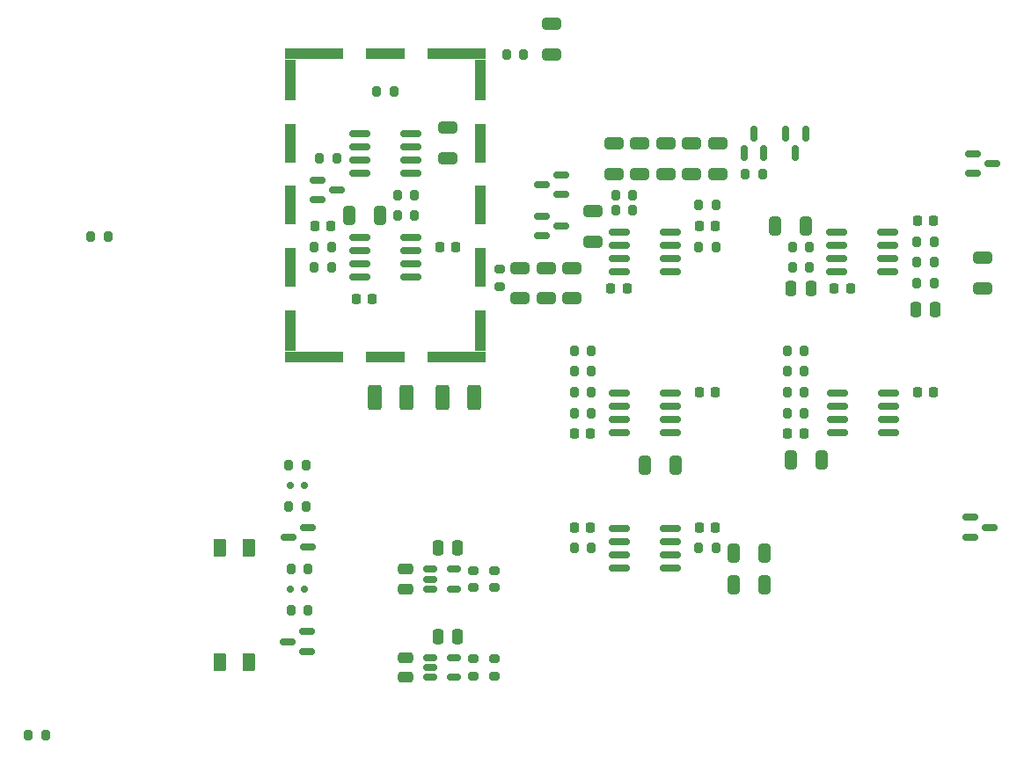
<source format=gtp>
%TF.GenerationSoftware,KiCad,Pcbnew,9.0.3*%
%TF.CreationDate,2025-08-29T14:27:28-04:00*%
%TF.ProjectId,Simple_LFLNA_RevA,53696d70-6c65-45f4-9c46-4c4e415f5265,rev?*%
%TF.SameCoordinates,Original*%
%TF.FileFunction,Paste,Top*%
%TF.FilePolarity,Positive*%
%FSLAX46Y46*%
G04 Gerber Fmt 4.6, Leading zero omitted, Abs format (unit mm)*
G04 Created by KiCad (PCBNEW 9.0.3) date 2025-08-29 14:27:28*
%MOMM*%
%LPD*%
G01*
G04 APERTURE LIST*
G04 Aperture macros list*
%AMRoundRect*
0 Rectangle with rounded corners*
0 $1 Rounding radius*
0 $2 $3 $4 $5 $6 $7 $8 $9 X,Y pos of 4 corners*
0 Add a 4 corners polygon primitive as box body*
4,1,4,$2,$3,$4,$5,$6,$7,$8,$9,$2,$3,0*
0 Add four circle primitives for the rounded corners*
1,1,$1+$1,$2,$3*
1,1,$1+$1,$4,$5*
1,1,$1+$1,$6,$7*
1,1,$1+$1,$8,$9*
0 Add four rect primitives between the rounded corners*
20,1,$1+$1,$2,$3,$4,$5,0*
20,1,$1+$1,$4,$5,$6,$7,0*
20,1,$1+$1,$6,$7,$8,$9,0*
20,1,$1+$1,$8,$9,$2,$3,0*%
G04 Aperture macros list end*
%ADD10RoundRect,0.225000X0.225000X0.250000X-0.225000X0.250000X-0.225000X-0.250000X0.225000X-0.250000X0*%
%ADD11RoundRect,0.150000X-0.825000X-0.150000X0.825000X-0.150000X0.825000X0.150000X-0.825000X0.150000X0*%
%ADD12R,1.000000X1.000000*%
%ADD13R,4.550000X1.000000*%
%ADD14R,3.800000X1.000000*%
%ADD15R,1.000000X3.980000*%
%ADD16R,1.000000X3.800000*%
%ADD17RoundRect,0.150000X-0.512500X-0.150000X0.512500X-0.150000X0.512500X0.150000X-0.512500X0.150000X0*%
%ADD18RoundRect,0.200000X0.200000X0.275000X-0.200000X0.275000X-0.200000X-0.275000X0.200000X-0.275000X0*%
%ADD19RoundRect,0.200000X-0.200000X-0.275000X0.200000X-0.275000X0.200000X0.275000X-0.200000X0.275000X0*%
%ADD20RoundRect,0.200000X0.275000X-0.200000X0.275000X0.200000X-0.275000X0.200000X-0.275000X-0.200000X0*%
%ADD21RoundRect,0.200000X-0.275000X0.200000X-0.275000X-0.200000X0.275000X-0.200000X0.275000X0.200000X0*%
%ADD22RoundRect,0.150000X0.587500X0.150000X-0.587500X0.150000X-0.587500X-0.150000X0.587500X-0.150000X0*%
%ADD23RoundRect,0.150000X0.150000X-0.587500X0.150000X0.587500X-0.150000X0.587500X-0.150000X-0.587500X0*%
%ADD24RoundRect,0.250000X-0.375000X-0.625000X0.375000X-0.625000X0.375000X0.625000X-0.375000X0.625000X0*%
%ADD25RoundRect,0.150000X-0.587500X-0.150000X0.587500X-0.150000X0.587500X0.150000X-0.587500X0.150000X0*%
%ADD26RoundRect,0.150000X-0.150000X-0.200000X0.150000X-0.200000X0.150000X0.200000X-0.150000X0.200000X0*%
%ADD27RoundRect,0.150000X0.150000X0.200000X-0.150000X0.200000X-0.150000X-0.200000X0.150000X-0.200000X0*%
%ADD28RoundRect,0.150000X-0.150000X0.587500X-0.150000X-0.587500X0.150000X-0.587500X0.150000X0.587500X0*%
%ADD29RoundRect,0.250000X0.325000X0.650000X-0.325000X0.650000X-0.325000X-0.650000X0.325000X-0.650000X0*%
%ADD30RoundRect,0.250000X-0.475000X0.250000X-0.475000X-0.250000X0.475000X-0.250000X0.475000X0.250000X0*%
%ADD31RoundRect,0.250000X-0.420000X-0.945000X0.420000X-0.945000X0.420000X0.945000X-0.420000X0.945000X0*%
%ADD32RoundRect,0.250000X-0.250000X-0.475000X0.250000X-0.475000X0.250000X0.475000X-0.250000X0.475000X0*%
%ADD33RoundRect,0.250000X0.650000X-0.325000X0.650000X0.325000X-0.650000X0.325000X-0.650000X-0.325000X0*%
%ADD34RoundRect,0.250000X0.475000X-0.250000X0.475000X0.250000X-0.475000X0.250000X-0.475000X-0.250000X0*%
%ADD35RoundRect,0.250000X-0.325000X-0.650000X0.325000X-0.650000X0.325000X0.650000X-0.325000X0.650000X0*%
%ADD36RoundRect,0.225000X-0.225000X-0.250000X0.225000X-0.250000X0.225000X0.250000X-0.225000X0.250000X0*%
%ADD37RoundRect,0.250000X-0.650000X0.325000X-0.650000X-0.325000X0.650000X-0.325000X0.650000X0.325000X0*%
%ADD38RoundRect,0.250000X0.250000X0.475000X-0.250000X0.475000X-0.250000X-0.475000X0.250000X-0.475000X0*%
G04 APERTURE END LIST*
D10*
%TO.C,C40*%
X115611206Y-116679869D03*
X114061206Y-116679869D03*
%TD*%
%TO.C,C39*%
X128111206Y-112679869D03*
X126561206Y-112679869D03*
%TD*%
%TO.C,C38*%
X95111206Y-116679869D03*
X93561206Y-116679869D03*
%TD*%
%TO.C,C37*%
X107111206Y-112679869D03*
X105561206Y-112679869D03*
%TD*%
%TO.C,C18*%
X95111206Y-125679869D03*
X93561206Y-125679869D03*
%TD*%
%TO.C,C15*%
X107111206Y-125679869D03*
X105561206Y-125679869D03*
%TD*%
D11*
%TO.C,U3*%
X118761206Y-97274869D03*
X118761206Y-98544869D03*
X118761206Y-99814869D03*
X118761206Y-101084869D03*
X123711206Y-101084869D03*
X123711206Y-99814869D03*
X123711206Y-98544869D03*
X123711206Y-97274869D03*
%TD*%
%TO.C,U2*%
X97861206Y-97274869D03*
X97861206Y-98544869D03*
X97861206Y-99814869D03*
X97861206Y-101084869D03*
X102811206Y-101084869D03*
X102811206Y-99814869D03*
X102811206Y-98544869D03*
X102811206Y-97274869D03*
%TD*%
D12*
%TO.C,J3*%
X66186206Y-109259869D03*
D13*
X68961206Y-109259869D03*
D14*
X75336206Y-109259869D03*
D13*
X81711206Y-109259869D03*
D12*
X84486206Y-109259869D03*
D15*
X66186206Y-106769869D03*
X84486206Y-106769869D03*
D16*
X66186206Y-100679869D03*
X84486206Y-100679869D03*
X66186206Y-94679869D03*
X84486206Y-94679869D03*
X66186206Y-88679869D03*
X84486206Y-88679869D03*
D15*
X66186206Y-82589869D03*
X84486206Y-82589869D03*
D12*
X66186206Y-80099869D03*
D13*
X68961206Y-80099869D03*
D14*
X75336206Y-80099869D03*
D13*
X81711206Y-80099869D03*
D12*
X84486206Y-80099869D03*
%TD*%
D11*
%TO.C,U8*%
X97861206Y-112774869D03*
X97861206Y-114044869D03*
X97861206Y-115314869D03*
X97861206Y-116584869D03*
X102811206Y-116584869D03*
X102811206Y-115314869D03*
X102811206Y-114044869D03*
X102811206Y-112774869D03*
%TD*%
%TO.C,U7*%
X97861206Y-125774869D03*
X97861206Y-127044869D03*
X97861206Y-128314869D03*
X97861206Y-129584869D03*
X102811206Y-129584869D03*
X102811206Y-128314869D03*
X102811206Y-127044869D03*
X102811206Y-125774869D03*
%TD*%
D17*
%TO.C,U6*%
X79698706Y-138229869D03*
X79698706Y-139179869D03*
X79698706Y-140129869D03*
X81973706Y-140129869D03*
X81973706Y-138229869D03*
%TD*%
%TO.C,U5*%
X79698706Y-129729869D03*
X79698706Y-130679869D03*
X79698706Y-131629869D03*
X81973706Y-131629869D03*
X81973706Y-129729869D03*
%TD*%
D11*
%TO.C,U4*%
X118861206Y-112774869D03*
X118861206Y-114044869D03*
X118861206Y-115314869D03*
X118861206Y-116584869D03*
X123811206Y-116584869D03*
X123811206Y-115314869D03*
X123811206Y-114044869D03*
X123811206Y-112774869D03*
%TD*%
%TO.C,U1*%
X72861206Y-97774869D03*
X72861206Y-99044869D03*
X72861206Y-100314869D03*
X72861206Y-101584869D03*
X77811206Y-101584869D03*
X77811206Y-100314869D03*
X77811206Y-99044869D03*
X77811206Y-97774869D03*
%TD*%
D18*
%TO.C,R38*%
X107161206Y-98679869D03*
X105511206Y-98679869D03*
%TD*%
%TO.C,R37*%
X67723706Y-123679869D03*
X66073706Y-123679869D03*
%TD*%
D19*
%TO.C,R36*%
X66073706Y-119679869D03*
X67723706Y-119679869D03*
%TD*%
%TO.C,R35*%
X66248706Y-133679869D03*
X67898706Y-133679869D03*
%TD*%
D18*
%TO.C,R34*%
X67898706Y-129679869D03*
X66248706Y-129679869D03*
%TD*%
D19*
%TO.C,R33*%
X93511206Y-114679869D03*
X95161206Y-114679869D03*
%TD*%
D18*
%TO.C,R32*%
X95161206Y-112679869D03*
X93511206Y-112679869D03*
%TD*%
D20*
%TO.C,R31*%
X85836206Y-140004869D03*
X85836206Y-138354869D03*
%TD*%
D19*
%TO.C,R30*%
X93511206Y-110679869D03*
X95161206Y-110679869D03*
%TD*%
D18*
%TO.C,R29*%
X42661206Y-145679869D03*
X41011206Y-145679869D03*
%TD*%
D20*
%TO.C,R28*%
X83836206Y-140004869D03*
X83836206Y-138354869D03*
%TD*%
D18*
%TO.C,R27*%
X107161206Y-127679869D03*
X105511206Y-127679869D03*
%TD*%
D19*
%TO.C,R26*%
X114011206Y-114679869D03*
X115661206Y-114679869D03*
%TD*%
%TO.C,R25*%
X87011206Y-80179869D03*
X88661206Y-80179869D03*
%TD*%
D20*
%TO.C,R24*%
X85836206Y-131504869D03*
X85836206Y-129854869D03*
%TD*%
D18*
%TO.C,R23*%
X115661206Y-112679869D03*
X114011206Y-112679869D03*
%TD*%
D20*
%TO.C,R22*%
X83836206Y-131504869D03*
X83836206Y-129854869D03*
%TD*%
D19*
%TO.C,R21*%
X93511206Y-127679869D03*
X95161206Y-127679869D03*
%TD*%
%TO.C,R20*%
X114011206Y-110679869D03*
X115661206Y-110679869D03*
%TD*%
D18*
%TO.C,R19*%
X99161206Y-93679869D03*
X97511206Y-93679869D03*
%TD*%
D19*
%TO.C,R18*%
X110011206Y-91679869D03*
X111661206Y-91679869D03*
%TD*%
%TO.C,R17*%
X74511206Y-83679869D03*
X76161206Y-83679869D03*
%TD*%
D18*
%TO.C,R16*%
X99161206Y-95179869D03*
X97511206Y-95179869D03*
%TD*%
%TO.C,R15*%
X70661206Y-90179869D03*
X69011206Y-90179869D03*
%TD*%
D19*
%TO.C,R14*%
X76511206Y-93679869D03*
X78161206Y-93679869D03*
%TD*%
%TO.C,R13*%
X47011206Y-97679869D03*
X48661206Y-97679869D03*
%TD*%
D21*
%TO.C,R12*%
X86336206Y-100854869D03*
X86336206Y-102504869D03*
%TD*%
D18*
%TO.C,R11*%
X116161206Y-100679869D03*
X114511206Y-100679869D03*
%TD*%
%TO.C,R10*%
X116161206Y-98679869D03*
X114511206Y-98679869D03*
%TD*%
D19*
%TO.C,R9*%
X126511206Y-102179869D03*
X128161206Y-102179869D03*
%TD*%
D18*
%TO.C,R8*%
X128161206Y-100179869D03*
X126511206Y-100179869D03*
%TD*%
%TO.C,R7*%
X128161206Y-98179869D03*
X126511206Y-98179869D03*
%TD*%
D19*
%TO.C,R6*%
X105511206Y-94679869D03*
X107161206Y-94679869D03*
%TD*%
D18*
%TO.C,R5*%
X78161206Y-95679869D03*
X76511206Y-95679869D03*
%TD*%
D19*
%TO.C,R4*%
X68511206Y-100679869D03*
X70161206Y-100679869D03*
%TD*%
%TO.C,R3*%
X68511206Y-98679869D03*
X70161206Y-98679869D03*
%TD*%
%TO.C,R2*%
X114011206Y-108679869D03*
X115661206Y-108679869D03*
%TD*%
%TO.C,R1*%
X93511206Y-108679869D03*
X95161206Y-108679869D03*
%TD*%
D22*
%TO.C,Q5*%
X67898706Y-127579869D03*
X67898706Y-125679869D03*
X66023706Y-126629869D03*
%TD*%
%TO.C,Q4*%
X67836206Y-137629869D03*
X67836206Y-135729869D03*
X65961206Y-136679869D03*
%TD*%
D23*
%TO.C,Q3*%
X109886206Y-89617369D03*
X111786206Y-89617369D03*
X110836206Y-87742369D03*
%TD*%
D22*
%TO.C,Q2*%
X92273706Y-93629869D03*
X92273706Y-91729869D03*
X90398706Y-92679869D03*
%TD*%
D11*
%TO.C,Q1*%
X72861206Y-87774869D03*
X72861206Y-89044869D03*
X72861206Y-90314869D03*
X72861206Y-91584869D03*
X77811206Y-91584869D03*
X77811206Y-90314869D03*
X77811206Y-89044869D03*
X77811206Y-87774869D03*
%TD*%
D24*
%TO.C,F2*%
X59436206Y-138679869D03*
X62236206Y-138679869D03*
%TD*%
%TO.C,F1*%
X59436206Y-127679869D03*
X62236206Y-127679869D03*
%TD*%
D25*
%TO.C,D8*%
X131898706Y-89729869D03*
X131898706Y-91629869D03*
X133773706Y-90679869D03*
%TD*%
D26*
%TO.C,D7*%
X67598706Y-121679869D03*
X66198706Y-121679869D03*
%TD*%
D27*
%TO.C,D6*%
X66198706Y-131679869D03*
X67598706Y-131679869D03*
%TD*%
D25*
%TO.C,D5*%
X131648706Y-124729869D03*
X131648706Y-126629869D03*
X133523706Y-125679869D03*
%TD*%
%TO.C,D3*%
X68836206Y-92229869D03*
X68836206Y-94129869D03*
X70711206Y-93179869D03*
%TD*%
D28*
%TO.C,D2*%
X115786206Y-87804869D03*
X113886206Y-87804869D03*
X114836206Y-89679869D03*
%TD*%
D25*
%TO.C,D1*%
X90398706Y-95729869D03*
X90398706Y-97629869D03*
X92273706Y-96679869D03*
%TD*%
D29*
%TO.C,C36*%
X103311206Y-119679869D03*
X100361206Y-119679869D03*
%TD*%
%TO.C,C35*%
X111811206Y-128179869D03*
X108861206Y-128179869D03*
%TD*%
%TO.C,C34*%
X111811206Y-131179869D03*
X108861206Y-131179869D03*
%TD*%
D30*
%TO.C,C33*%
X77336206Y-138229869D03*
X77336206Y-140129869D03*
%TD*%
D31*
%TO.C,C32*%
X74296206Y-113179869D03*
X77376206Y-113179869D03*
%TD*%
D32*
%TO.C,C31*%
X80386206Y-136179869D03*
X82286206Y-136179869D03*
%TD*%
D33*
%TO.C,C30*%
X91336206Y-80154869D03*
X91336206Y-77204869D03*
%TD*%
D34*
%TO.C,C29*%
X77336206Y-131629869D03*
X77336206Y-129729869D03*
%TD*%
D31*
%TO.C,C28*%
X80836206Y-113179869D03*
X83916206Y-113179869D03*
%TD*%
D32*
%TO.C,C27*%
X80386206Y-127679869D03*
X82286206Y-127679869D03*
%TD*%
D35*
%TO.C,C26*%
X114361206Y-119179869D03*
X117311206Y-119179869D03*
%TD*%
D36*
%TO.C,C25*%
X118561206Y-102679869D03*
X120111206Y-102679869D03*
%TD*%
%TO.C,C24*%
X97061206Y-102679869D03*
X98611206Y-102679869D03*
%TD*%
%TO.C,C23*%
X72561206Y-103679869D03*
X74111206Y-103679869D03*
%TD*%
D10*
%TO.C,C22*%
X128111206Y-96179869D03*
X126561206Y-96179869D03*
%TD*%
%TO.C,C21*%
X107111206Y-96679869D03*
X105561206Y-96679869D03*
%TD*%
%TO.C,C20*%
X82111206Y-98679869D03*
X80561206Y-98679869D03*
%TD*%
D37*
%TO.C,C19*%
X95336206Y-95204869D03*
X95336206Y-98154869D03*
%TD*%
D32*
%TO.C,C17*%
X116286206Y-102679869D03*
X114386206Y-102679869D03*
%TD*%
D38*
%TO.C,C16*%
X128286206Y-104679869D03*
X126386206Y-104679869D03*
%TD*%
D33*
%TO.C,C14*%
X107336206Y-91654869D03*
X107336206Y-88704869D03*
%TD*%
D37*
%TO.C,C12*%
X88336206Y-100704869D03*
X88336206Y-103654869D03*
%TD*%
D33*
%TO.C,C11*%
X104836206Y-91654869D03*
X104836206Y-88704869D03*
%TD*%
D37*
%TO.C,C10*%
X90836206Y-100704869D03*
X90836206Y-103654869D03*
%TD*%
D33*
%TO.C,C9*%
X81336206Y-90154869D03*
X81336206Y-87204869D03*
%TD*%
%TO.C,C8*%
X102336206Y-91654869D03*
X102336206Y-88704869D03*
%TD*%
D37*
%TO.C,C7*%
X93336206Y-100704869D03*
X93336206Y-103654869D03*
%TD*%
D29*
%TO.C,C6*%
X112861206Y-96679869D03*
X115811206Y-96679869D03*
%TD*%
D37*
%TO.C,C5*%
X132836206Y-99704869D03*
X132836206Y-102654869D03*
%TD*%
D33*
%TO.C,C4*%
X99836206Y-91654869D03*
X99836206Y-88704869D03*
%TD*%
%TO.C,C3*%
X97336206Y-91679869D03*
X97336206Y-88729869D03*
%TD*%
D10*
%TO.C,C2*%
X70111206Y-96679869D03*
X68561206Y-96679869D03*
%TD*%
D29*
%TO.C,C1*%
X74811206Y-95679869D03*
X71861206Y-95679869D03*
%TD*%
M02*

</source>
